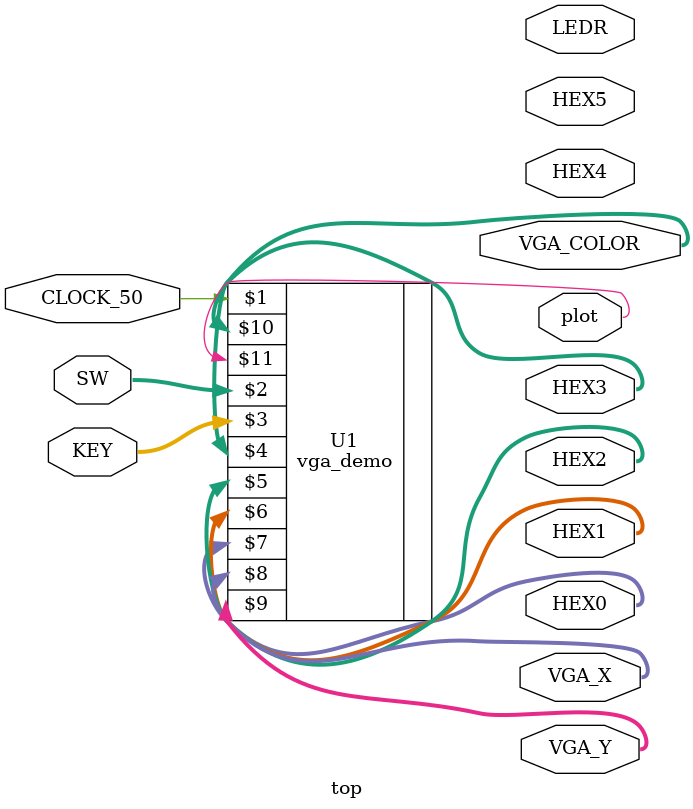
<source format=v>
module top (CLOCK_50, SW, KEY, HEX0, HEX1, HEX2, HEX3, HEX4, HEX5, LEDR, VGA_X, VGA_Y, VGA_COLOR, plot);

    input CLOCK_50;             // DE-series 50 MHz clock signal
    input wire [9:0] SW;        // DE-series switches
    input wire [3:0] KEY;       // DE-series pushbuttons

    output wire [6:0] HEX0;     // DE-series HEX displays
    output wire [6:0] HEX1;
    output wire [6:0] HEX2;
    output wire [6:0] HEX3;
    output wire [6:0] HEX4;
    output wire [6:0] HEX5;

    output wire [9:0] LEDR;     // DE-series LEDs   
    output wire [7:0] VGA_X;
    output wire [6:0] VGA_Y;
    output wire [2:0] VGA_COLOR;
    output wire plot;

    vga_demo U1 (CLOCK_50, SW[9:0], KEY, HEX3, HEX2, HEX1, HEX0, VGA_X, VGA_Y, VGA_COLOR, plot);

endmodule


</source>
